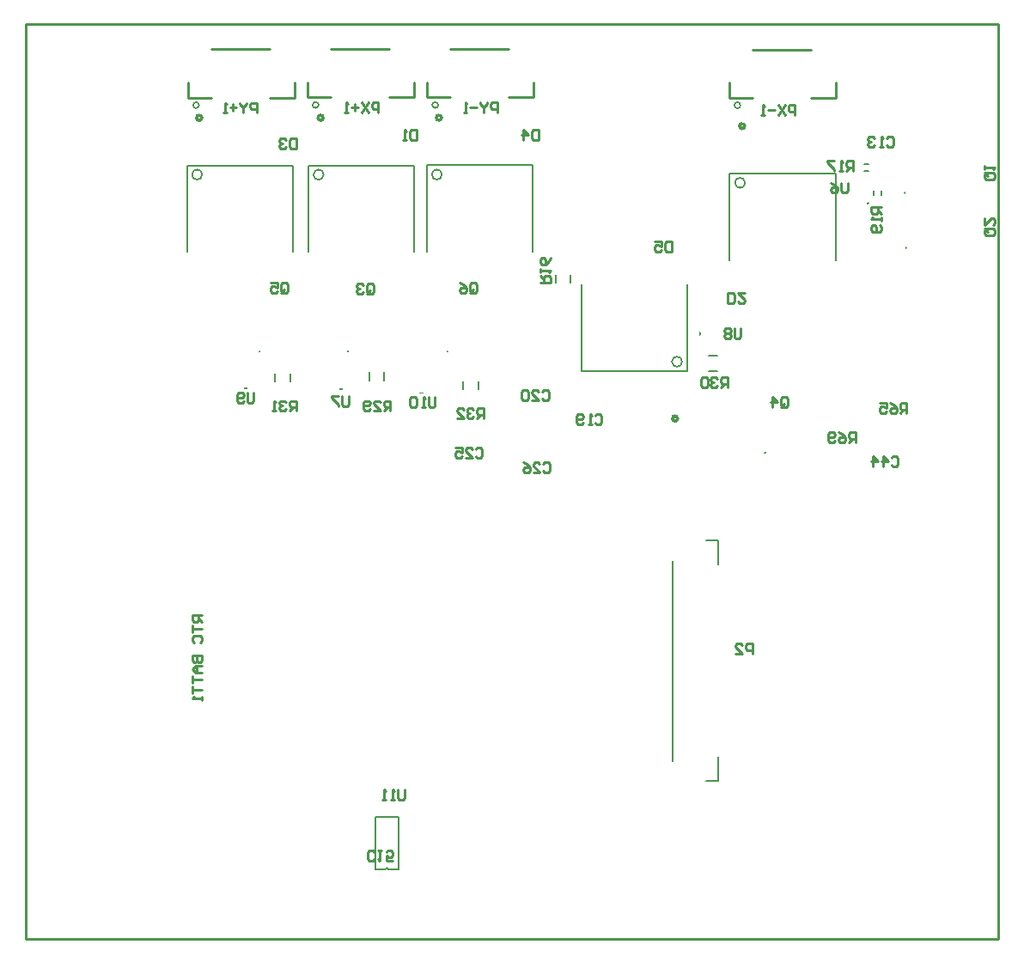
<source format=gbo>
G04*
G04 #@! TF.GenerationSoftware,Altium Limited,Altium Designer,18.1.9 (240)*
G04*
G04 Layer_Color=12176880*
%FSLAX44Y44*%
%MOMM*%
G71*
G01*
G75*
%ADD11C,0.1500*%
%ADD12C,0.3000*%
%ADD13C,0.1524*%
%ADD14C,0.2540*%
%ADD15C,0.2000*%
%ADD17C,0.1270*%
G36*
X231564Y578707D02*
Y578508D01*
X231412Y578141D01*
X231131Y577860D01*
X230763Y577707D01*
X230564D01*
X230365D01*
X229998Y577860D01*
X229716Y578141D01*
X229564Y578508D01*
Y578707D01*
Y578906D01*
X229716Y579274D01*
X229998Y579555D01*
X230365Y579707D01*
X230564D01*
X230763D01*
X231131Y579555D01*
X231412Y579274D01*
X231564Y578906D01*
Y578707D01*
D01*
D02*
G37*
G36*
X318500Y578707D02*
Y578508D01*
X318348Y578141D01*
X318066Y577860D01*
X317699Y577707D01*
X317500D01*
X317301D01*
X316933Y577860D01*
X316652Y578141D01*
X316500Y578508D01*
Y578707D01*
Y578906D01*
X316652Y579274D01*
X316933Y579555D01*
X317301Y579707D01*
X317500D01*
X317699D01*
X318066Y579555D01*
X318348Y579274D01*
X318500Y578906D01*
Y578707D01*
D01*
D02*
G37*
G36*
X416544Y578707D02*
Y578508D01*
X416392Y578141D01*
X416110Y577859D01*
X415743Y577707D01*
X415544D01*
X415345D01*
X414977Y577859D01*
X414696Y578141D01*
X414544Y578508D01*
Y578707D01*
Y578906D01*
X414696Y579273D01*
X414977Y579555D01*
X415345Y579707D01*
X415544D01*
X415743D01*
X416110Y579555D01*
X416392Y579273D01*
X416544Y578906D01*
Y578707D01*
D01*
D02*
G37*
G36*
X729726Y479110D02*
Y478911D01*
X729574Y478544D01*
X729292Y478262D01*
X728925Y478110D01*
X728726D01*
X728527D01*
X728159Y478262D01*
X727878Y478544D01*
X727726Y478911D01*
Y479110D01*
Y479309D01*
X727878Y479676D01*
X728159Y479958D01*
X728527Y480110D01*
X728726D01*
X728925D01*
X729292Y479958D01*
X729574Y479676D01*
X729726Y479309D01*
Y479110D01*
D01*
D02*
G37*
G36*
X867680Y679974D02*
X867481D01*
X867113Y680126D01*
X866832Y680407D01*
X866680Y680775D01*
Y680974D01*
Y681173D01*
X866832Y681540D01*
X867113Y681822D01*
X867481Y681974D01*
X867680D01*
X867878D01*
X868246Y681822D01*
X868527Y681540D01*
X868680Y681173D01*
Y680974D01*
Y680775D01*
X868527Y680407D01*
X868246Y680126D01*
X867878Y679974D01*
X867680D01*
D01*
D02*
G37*
G36*
X866410Y734164D02*
X866211D01*
X865843Y734316D01*
X865562Y734597D01*
X865410Y734965D01*
Y735164D01*
Y735363D01*
X865562Y735730D01*
X865843Y736012D01*
X866211Y736164D01*
X866410D01*
X866609D01*
X866976Y736012D01*
X867257Y735730D01*
X867410Y735363D01*
Y735164D01*
Y734965D01*
X867257Y734597D01*
X866976Y734316D01*
X866609Y734164D01*
X866410D01*
D01*
D02*
G37*
D11*
X288676Y821718D02*
G03*
X288676Y821718I-2926J0D01*
G01*
X704426Y821500D02*
G03*
X704426Y821500I-2926J0D01*
G01*
X170966Y821608D02*
G03*
X170966Y821608I-2926J0D01*
G01*
X406526Y821718D02*
G03*
X406526Y821718I-2926J0D01*
G01*
X830820Y724938D02*
G03*
X830820Y724938I-700J0D01*
G01*
D12*
X293189Y809139D02*
G03*
X293189Y809139I-2500J0D01*
G01*
X173469Y809139D02*
G03*
X173469Y809139I-2500J0D01*
G01*
X409750Y809250D02*
G03*
X409750Y809250I-2500J0D01*
G01*
X642500Y512756D02*
G03*
X642500Y512756I-2500J0D01*
G01*
X708500Y801000D02*
G03*
X708500Y801000I-2500J0D01*
G01*
D13*
X664549Y595004D02*
G03*
X664527Y597544I-2798J1246D01*
G01*
X391046Y537849D02*
G03*
X388506Y537827I-1246J-2798D01*
G01*
X218205Y542817D02*
G03*
X215665Y542795I-1246J-2798D01*
G01*
X311779Y541711D02*
G03*
X309239Y541689I-1246J-2798D01*
G01*
X682270Y368891D02*
Y392745D01*
X670821Y155255D02*
X682270D01*
X637820Y175376D02*
Y372623D01*
X670821Y392745D02*
X682270D01*
Y155255D02*
Y179108D01*
D14*
X278000Y829218D02*
Y844218D01*
Y829218D02*
X300500D01*
X383000D02*
Y844218D01*
X358000Y829218D02*
X383000D01*
X300500Y876718D02*
X358250D01*
X693750Y829000D02*
Y844000D01*
Y829000D02*
X716250D01*
X798750D02*
Y844000D01*
X773750Y829000D02*
X798750D01*
X716250Y876500D02*
X774000D01*
X160290Y829108D02*
Y844108D01*
Y829108D02*
X182790D01*
X265290D02*
Y844108D01*
X240290Y829108D02*
X265290D01*
X182790Y876608D02*
X240540D01*
X395850Y829218D02*
Y844218D01*
Y829218D02*
X418350D01*
X500850D02*
Y844218D01*
X475850Y829218D02*
X500850D01*
X418350Y876718D02*
X476100D01*
X173990Y318850D02*
X163993D01*
Y313852D01*
X165659Y312185D01*
X168992D01*
X170658Y313852D01*
Y318850D01*
Y315518D02*
X173990Y312185D01*
X163993Y308853D02*
Y302189D01*
Y305521D01*
X173990D01*
X165659Y292192D02*
X163993Y293858D01*
Y297190D01*
X165659Y298857D01*
X172324D01*
X173990Y297190D01*
Y293858D01*
X172324Y292192D01*
X163993Y278863D02*
X173990D01*
Y273864D01*
X172324Y272198D01*
X170658D01*
X168992Y273864D01*
Y278863D01*
Y273864D01*
X167325Y272198D01*
X165659D01*
X163993Y273864D01*
Y278863D01*
X173990Y268866D02*
X167325D01*
X163993Y265534D01*
X167325Y262202D01*
X173990D01*
X168992D01*
Y268866D01*
X163993Y258869D02*
Y252205D01*
Y255537D01*
X173990D01*
X163993Y248873D02*
Y242208D01*
Y245540D01*
X173990D01*
Y238876D02*
Y235543D01*
Y237210D01*
X163993D01*
X165659Y238876D01*
X691950Y626595D02*
Y636592D01*
X696948D01*
X698615Y634926D01*
Y628261D01*
X696948Y626595D01*
X691950D01*
X708611Y636592D02*
X701947D01*
X708611Y629927D01*
Y628261D01*
X706945Y626595D01*
X703613D01*
X701947Y628261D01*
X817880Y488950D02*
Y498947D01*
X812882D01*
X811216Y497281D01*
Y493948D01*
X812882Y492282D01*
X817880D01*
X814548D02*
X811216Y488950D01*
X801219Y498947D02*
X804551Y497281D01*
X807883Y493948D01*
Y490616D01*
X806217Y488950D01*
X802885D01*
X801219Y490616D01*
Y492282D01*
X802885Y493948D01*
X807883D01*
X797886Y490616D02*
X796220Y488950D01*
X792888D01*
X791222Y490616D01*
Y497281D01*
X792888Y498947D01*
X796220D01*
X797886Y497281D01*
Y495615D01*
X796220Y493948D01*
X791222D01*
X868246Y518160D02*
Y528157D01*
X863248D01*
X861581Y526491D01*
Y523158D01*
X863248Y521492D01*
X868246D01*
X864914D02*
X861581Y518160D01*
X851585Y528157D02*
X854917Y526491D01*
X858249Y523158D01*
Y519826D01*
X856583Y518160D01*
X853251D01*
X851585Y519826D01*
Y521492D01*
X853251Y523158D01*
X858249D01*
X841588Y528157D02*
X848252D01*
Y523158D01*
X844920Y524824D01*
X843254D01*
X841588Y523158D01*
Y519826D01*
X843254Y518160D01*
X846586D01*
X848252Y519826D01*
X853126Y473667D02*
X854792Y475333D01*
X858124D01*
X859790Y473667D01*
Y467002D01*
X858124Y465336D01*
X854792D01*
X853126Y467002D01*
X844795Y465336D02*
Y475333D01*
X849793Y470334D01*
X843129D01*
X834798Y465336D02*
Y475333D01*
X839796Y470334D01*
X833132D01*
X318207Y534832D02*
Y526502D01*
X316541Y524836D01*
X313209D01*
X311543Y526502D01*
Y534832D01*
X308210D02*
X301546D01*
Y533166D01*
X308210Y526502D01*
Y524836D01*
X224790Y538507D02*
Y530177D01*
X223124Y528511D01*
X219792D01*
X218125Y530177D01*
Y538507D01*
X214793Y530177D02*
X213127Y528511D01*
X209795D01*
X208129Y530177D01*
Y536841D01*
X209795Y538507D01*
X213127D01*
X214793Y536841D01*
Y535175D01*
X213127Y533509D01*
X208129D01*
X403500Y534022D02*
Y525692D01*
X401834Y524026D01*
X398502D01*
X396836Y525692D01*
Y534022D01*
X393503Y524026D02*
X390171D01*
X391837D01*
Y534022D01*
X393503Y532356D01*
X385173D02*
X383507Y534022D01*
X380174D01*
X378508Y532356D01*
Y525692D01*
X380174Y524026D01*
X383507D01*
X385173Y525692D01*
Y532356D01*
X336236Y637566D02*
Y644231D01*
X337902Y645897D01*
X341234D01*
X342900Y644231D01*
Y637566D01*
X341234Y635900D01*
X337902D01*
X339568Y639232D02*
X336236Y635900D01*
X337902D02*
X336236Y637566D01*
X332903Y644231D02*
X331237Y645897D01*
X327905D01*
X326239Y644231D01*
Y642565D01*
X327905Y640899D01*
X329571D01*
X327905D01*
X326239Y639232D01*
Y637566D01*
X327905Y635900D01*
X331237D01*
X332903Y637566D01*
X251741Y638258D02*
Y644923D01*
X253407Y646589D01*
X256739D01*
X258406Y644923D01*
Y638258D01*
X256739Y636592D01*
X253407D01*
X255073Y639924D02*
X251741Y636592D01*
X253407D02*
X251741Y638258D01*
X241744Y646589D02*
X248409D01*
Y641590D01*
X245077Y643257D01*
X243410D01*
X241744Y641590D01*
Y638258D01*
X243410Y636592D01*
X246743D01*
X248409Y638258D01*
X561026Y515365D02*
X562692Y517031D01*
X566024D01*
X567690Y515365D01*
Y508700D01*
X566024Y507034D01*
X562692D01*
X561026Y508700D01*
X557693Y507034D02*
X554361D01*
X556027D01*
Y517031D01*
X557693Y515365D01*
X549363Y508700D02*
X547696Y507034D01*
X544364D01*
X542698Y508700D01*
Y515365D01*
X544364Y517031D01*
X547696D01*
X549363Y515365D01*
Y513698D01*
X547696Y512032D01*
X542698D01*
X508758Y538942D02*
X510424Y540608D01*
X513757D01*
X515423Y538942D01*
Y532278D01*
X513757Y530612D01*
X510424D01*
X508758Y532278D01*
X498761Y530612D02*
X505426D01*
X498761Y537276D01*
Y538942D01*
X500428Y540608D01*
X503760D01*
X505426Y538942D01*
X495429D02*
X493763Y540608D01*
X490431D01*
X488765Y538942D01*
Y532278D01*
X490431Y530612D01*
X493763D01*
X495429Y532278D01*
Y538942D01*
X848247Y789081D02*
X849913Y790747D01*
X853245D01*
X854911Y789081D01*
Y782416D01*
X853245Y780750D01*
X849913D01*
X848247Y782416D01*
X844914Y780750D02*
X841582D01*
X843248D01*
Y790747D01*
X844914Y789081D01*
X836584D02*
X834918Y790747D01*
X831585D01*
X829919Y789081D01*
Y787414D01*
X831585Y785748D01*
X833252D01*
X831585D01*
X829919Y784082D01*
Y782416D01*
X831585Y780750D01*
X834918D01*
X836584Y782416D01*
X946546Y755164D02*
X953211D01*
X954877Y753498D01*
Y750166D01*
X953211Y748500D01*
X946546D01*
X944880Y750166D01*
Y753498D01*
X948212Y751832D02*
X944880Y755164D01*
Y753498D02*
X946546Y755164D01*
X944880Y758497D02*
Y761829D01*
Y760163D01*
X954877D01*
X953211Y758497D01*
X946546Y700164D02*
X953211D01*
X954877Y698498D01*
Y695166D01*
X953211Y693500D01*
X946546D01*
X944880Y695166D01*
Y698498D01*
X948212Y696832D02*
X944880Y700164D01*
Y698498D02*
X946546Y700164D01*
X944880Y710161D02*
Y703497D01*
X951544Y710161D01*
X953211D01*
X954877Y708495D01*
Y705163D01*
X953211Y703497D01*
X359492Y520250D02*
Y530247D01*
X354494D01*
X352828Y528581D01*
Y525248D01*
X354494Y523582D01*
X359492D01*
X356160D02*
X352828Y520250D01*
X342831D02*
X349496D01*
X342831Y526914D01*
Y528581D01*
X344497Y530247D01*
X347830D01*
X349496Y528581D01*
X339499Y521916D02*
X337833Y520250D01*
X334500D01*
X332834Y521916D01*
Y528581D01*
X334500Y530247D01*
X337833D01*
X339499Y528581D01*
Y526914D01*
X337833Y525248D01*
X332834D01*
X266700Y520250D02*
Y530247D01*
X261702D01*
X260035Y528581D01*
Y525248D01*
X261702Y523582D01*
X266700D01*
X263368D02*
X260035Y520250D01*
X256703Y528581D02*
X255037Y530247D01*
X251705D01*
X250039Y528581D01*
Y526914D01*
X251705Y525248D01*
X253371D01*
X251705D01*
X250039Y523582D01*
Y521916D01*
X251705Y520250D01*
X255037D01*
X256703Y521916D01*
X246706Y520250D02*
X243374D01*
X245040D01*
Y530247D01*
X246706Y528581D01*
X451515Y513080D02*
Y523077D01*
X446516D01*
X444850Y521411D01*
Y518078D01*
X446516Y516412D01*
X451515D01*
X448182D02*
X444850Y513080D01*
X441518Y521411D02*
X439851Y523077D01*
X436519D01*
X434853Y521411D01*
Y519744D01*
X436519Y518078D01*
X438185D01*
X436519D01*
X434853Y516412D01*
Y514746D01*
X436519Y513080D01*
X439851D01*
X441518Y514746D01*
X424856Y513080D02*
X431521D01*
X424856Y519744D01*
Y521411D01*
X426522Y523077D01*
X429855D01*
X431521Y521411D01*
X507310Y646500D02*
X517307D01*
Y651498D01*
X515641Y653164D01*
X512308D01*
X510642Y651498D01*
Y646500D01*
Y649832D02*
X507310Y653164D01*
Y656497D02*
Y659829D01*
Y658163D01*
X517307D01*
X515641Y656497D01*
X517307Y671492D02*
X515641Y668159D01*
X512308Y664827D01*
X508976D01*
X507310Y666493D01*
Y669826D01*
X508976Y671492D01*
X510642D01*
X512308Y669826D01*
Y664827D01*
X815340Y756500D02*
Y766497D01*
X810342D01*
X808676Y764830D01*
Y761498D01*
X810342Y759832D01*
X815340D01*
X812008D02*
X808676Y756500D01*
X805343D02*
X802011D01*
X803677D01*
Y766497D01*
X805343Y764830D01*
X797013Y766497D02*
X790348D01*
Y764830D01*
X797013Y758166D01*
Y756500D01*
X842970Y721360D02*
X832973D01*
Y716362D01*
X834640Y714696D01*
X837972D01*
X839638Y716362D01*
Y721360D01*
Y718028D02*
X842970Y714696D01*
Y711363D02*
Y708031D01*
Y709697D01*
X832973D01*
X834640Y711363D01*
X841304Y703033D02*
X842970Y701366D01*
Y698034D01*
X841304Y696368D01*
X834640D01*
X832973Y698034D01*
Y701366D01*
X834640Y703033D01*
X836306D01*
X837972Y701366D01*
Y696368D01*
X810260Y745260D02*
Y736929D01*
X808594Y735263D01*
X805262D01*
X803596Y736929D01*
Y745260D01*
X793599D02*
X796931Y743594D01*
X800263Y740262D01*
Y736929D01*
X798597Y735263D01*
X795265D01*
X793599Y736929D01*
Y738596D01*
X795265Y740262D01*
X800263D01*
X716250Y280999D02*
Y290996D01*
X711252D01*
X709585Y289330D01*
Y285998D01*
X711252Y284332D01*
X716250D01*
X699589Y280999D02*
X706253D01*
X699589Y287664D01*
Y289330D01*
X701255Y290996D01*
X704587D01*
X706253Y289330D01*
X510079Y468071D02*
X511746Y469737D01*
X515078D01*
X516744Y468071D01*
Y461406D01*
X515078Y459740D01*
X511746D01*
X510079Y461406D01*
X500083Y459740D02*
X506747D01*
X500083Y466404D01*
Y468071D01*
X501749Y469737D01*
X505081D01*
X506747Y468071D01*
X490086Y469737D02*
X493418Y468071D01*
X496750Y464738D01*
Y461406D01*
X495084Y459740D01*
X491752D01*
X490086Y461406D01*
Y463072D01*
X491752Y464738D01*
X496750D01*
X443342Y482631D02*
X445009Y484297D01*
X448341D01*
X450007Y482631D01*
Y475966D01*
X448341Y474300D01*
X445009D01*
X443342Y475966D01*
X433346Y474300D02*
X440010D01*
X433346Y480964D01*
Y482631D01*
X435012Y484297D01*
X438344D01*
X440010Y482631D01*
X423349Y484297D02*
X430013D01*
Y479298D01*
X426681Y480964D01*
X425015D01*
X423349Y479298D01*
Y475966D01*
X425015Y474300D01*
X428347D01*
X430013Y475966D01*
X464842Y814160D02*
Y824157D01*
X459843D01*
X458177Y822491D01*
Y819158D01*
X459843Y817492D01*
X464842D01*
X454845Y824157D02*
Y822491D01*
X451513Y819158D01*
X448180Y822491D01*
Y824157D01*
X451513Y819158D02*
Y814160D01*
X444848Y819158D02*
X438184D01*
X434851Y814160D02*
X431519D01*
X433185D01*
Y824157D01*
X434851Y822491D01*
X227882Y814050D02*
Y824046D01*
X222884D01*
X221218Y822380D01*
Y819048D01*
X222884Y817382D01*
X227882D01*
X217885Y824046D02*
Y822380D01*
X214553Y819048D01*
X211221Y822380D01*
Y824046D01*
X214553Y819048D02*
Y814050D01*
X207889Y819048D02*
X201224D01*
X204556Y822380D02*
Y815716D01*
X197892Y814050D02*
X194560D01*
X196226D01*
Y824046D01*
X197892Y822380D01*
X758190Y811530D02*
Y821527D01*
X753192D01*
X751525Y819861D01*
Y816528D01*
X753192Y814862D01*
X758190D01*
X748193Y821527D02*
X741529Y811530D01*
Y821527D02*
X748193Y811530D01*
X738196Y816528D02*
X731532D01*
X728200Y811530D02*
X724867D01*
X726534D01*
Y821527D01*
X728200Y819861D01*
X347581Y814161D02*
Y824157D01*
X342583D01*
X340917Y822491D01*
Y819159D01*
X342583Y817493D01*
X347581D01*
X337585Y824157D02*
X330920Y814161D01*
Y824157D02*
X337585Y814161D01*
X327588Y819159D02*
X320923D01*
X324256Y822491D02*
Y815827D01*
X317591Y814161D02*
X314259D01*
X315925D01*
Y824157D01*
X317591Y822491D01*
X373048Y146997D02*
Y138666D01*
X371382Y137000D01*
X368049D01*
X366383Y138666D01*
Y146997D01*
X363051Y137000D02*
X359719D01*
X361385D01*
Y146997D01*
X363051Y145331D01*
X354720Y137000D02*
X351388D01*
X353054D01*
Y146997D01*
X354720Y145331D01*
X691950Y543436D02*
Y553433D01*
X686952D01*
X685285Y551767D01*
Y548434D01*
X686952Y546768D01*
X691950D01*
X688618D02*
X685285Y543436D01*
X681953Y551767D02*
X680287Y553433D01*
X676955D01*
X675289Y551767D01*
Y550101D01*
X676955Y548434D01*
X678621D01*
X676955D01*
X675289Y546768D01*
Y545102D01*
X676955Y543436D01*
X680287D01*
X681953Y545102D01*
X671956Y551767D02*
X670290Y553433D01*
X666958D01*
X665292Y551767D01*
Y545102D01*
X666958Y543436D01*
X670290D01*
X671956Y545102D01*
Y551767D01*
X343604Y78499D02*
X341938Y76833D01*
X338606D01*
X336940Y78499D01*
Y85164D01*
X338606Y86830D01*
X341938D01*
X343604Y85164D01*
X346937Y86830D02*
X350269D01*
X348603D01*
Y76833D01*
X346937Y78499D01*
X361932Y76833D02*
X355267D01*
Y81832D01*
X358600Y80166D01*
X360266D01*
X361932Y81832D01*
Y85164D01*
X360266Y86830D01*
X356934D01*
X355267Y85164D01*
X636376Y687136D02*
Y677139D01*
X631378D01*
X629711Y678805D01*
Y685470D01*
X631378Y687136D01*
X636376D01*
X619715D02*
X626379D01*
Y682138D01*
X623047Y683804D01*
X621381D01*
X619715Y682138D01*
Y678805D01*
X621381Y677139D01*
X624713D01*
X626379Y678805D01*
X437836Y638258D02*
Y644923D01*
X439502Y646589D01*
X442834D01*
X444500Y644923D01*
Y638258D01*
X442834Y636592D01*
X439502D01*
X441168Y639924D02*
X437836Y636592D01*
X439502D02*
X437836Y638258D01*
X427839Y646589D02*
X431171Y644923D01*
X434503Y641590D01*
Y638258D01*
X432837Y636592D01*
X429505D01*
X427839Y638258D01*
Y639924D01*
X429505Y641590D01*
X434503D01*
X505335Y797397D02*
Y787400D01*
X500337D01*
X498671Y789066D01*
Y795731D01*
X500337Y797397D01*
X505335D01*
X490340Y787400D02*
Y797397D01*
X495338Y792398D01*
X488674D01*
X266700Y788507D02*
Y778510D01*
X261702D01*
X260035Y780176D01*
Y786841D01*
X261702Y788507D01*
X266700D01*
X256703Y786841D02*
X255037Y788507D01*
X251705D01*
X250039Y786841D01*
Y785174D01*
X251705Y783508D01*
X253371D01*
X251705D01*
X250039Y781842D01*
Y780176D01*
X251705Y778510D01*
X255037D01*
X256703Y780176D01*
X744335Y525692D02*
Y532356D01*
X746002Y534022D01*
X749334D01*
X751000Y532356D01*
Y525692D01*
X749334Y524026D01*
X746002D01*
X747668Y527358D02*
X744335Y524026D01*
X746002D02*
X744335Y525692D01*
X736005Y524026D02*
Y534022D01*
X741003Y529024D01*
X734339D01*
X384900Y797397D02*
Y787400D01*
X379902D01*
X378236Y789066D01*
Y795731D01*
X379902Y797397D01*
X384900D01*
X374903Y787400D02*
X371571D01*
X373237D01*
Y797397D01*
X374903Y795731D01*
X704850Y601817D02*
Y593486D01*
X703184Y591820D01*
X699852D01*
X698186Y593486D01*
Y601817D01*
X694853Y600151D02*
X693187Y601817D01*
X689855D01*
X688189Y600151D01*
Y598484D01*
X689855Y596818D01*
X688189Y595152D01*
Y593486D01*
X689855Y591820D01*
X693187D01*
X694853Y593486D01*
Y595152D01*
X693187Y596818D01*
X694853Y598484D01*
Y600151D01*
X693187Y596818D02*
X689855D01*
X0Y901700D02*
X958850D01*
X958850Y0D01*
X0D02*
X958850D01*
X0D02*
Y901700D01*
D15*
X357625Y68250D02*
G03*
X354375Y68250I-1625J0D01*
G01*
X344350Y68250D02*
X354375D01*
X357625D02*
X367650D01*
Y120250D01*
X344350D02*
X367650D01*
X344350Y68250D02*
Y120250D01*
X246000Y549250D02*
Y557250D01*
X261000Y549250D02*
Y557250D01*
X338500Y550250D02*
Y558250D01*
X353500Y550250D02*
Y558250D01*
X673436Y574763D02*
X681436D01*
X673436Y559763D02*
X681436D01*
X826544Y763500D02*
X830544D01*
X826544Y756500D02*
X830544D01*
X835970Y733330D02*
Y737330D01*
X842970Y733330D02*
Y737330D01*
X537090Y646655D02*
Y654654D01*
X522090Y646655D02*
Y654654D01*
X446000Y541500D02*
Y549500D01*
X431000Y541500D02*
Y549500D01*
D17*
X293689Y753139D02*
G03*
X293689Y753139I-5000J0D01*
G01*
X173969Y753139D02*
G03*
X173969Y753139I-5000J0D01*
G01*
X410250Y753250D02*
G03*
X410250Y753250I-5000J0D01*
G01*
X647000Y568756D02*
G03*
X647000Y568756I-5000J0D01*
G01*
X709000Y745000D02*
G03*
X709000Y745000I-5000J0D01*
G01*
X278589Y762189D02*
X382789D01*
Y677139D02*
Y762189D01*
X278589Y677139D02*
Y762189D01*
X158869Y762189D02*
X263069D01*
Y677139D02*
Y762189D01*
X158869Y677139D02*
Y762189D01*
X395150Y762300D02*
X499350D01*
Y677250D02*
Y762300D01*
X395150Y677250D02*
Y762300D01*
X547900Y559706D02*
X652100D01*
X547900D02*
Y644756D01*
X652100Y559706D02*
Y644756D01*
X693900Y754050D02*
X798100D01*
Y669000D02*
Y754050D01*
X693900Y669000D02*
Y754050D01*
M02*

</source>
